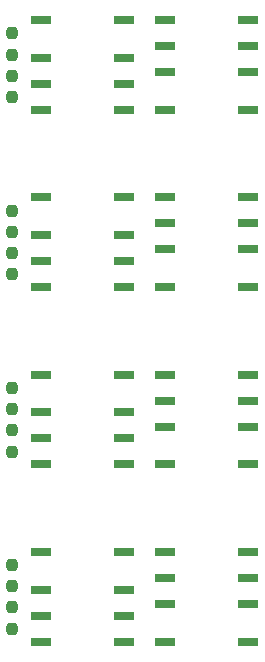
<source format=gbr>
%TF.GenerationSoftware,KiCad,Pcbnew,8.0.5*%
%TF.CreationDate,2025-06-13T10:45:04+02:00*%
%TF.ProjectId,doubleRelayExtensionSMD,646f7562-6c65-4526-956c-617945787465,rev?*%
%TF.SameCoordinates,Original*%
%TF.FileFunction,Paste,Top*%
%TF.FilePolarity,Positive*%
%FSLAX46Y46*%
G04 Gerber Fmt 4.6, Leading zero omitted, Abs format (unit mm)*
G04 Created by KiCad (PCBNEW 8.0.5) date 2025-06-13 10:45:04*
%MOMM*%
%LPD*%
G01*
G04 APERTURE LIST*
G04 Aperture macros list*
%AMRoundRect*
0 Rectangle with rounded corners*
0 $1 Rounding radius*
0 $2 $3 $4 $5 $6 $7 $8 $9 X,Y pos of 4 corners*
0 Add a 4 corners polygon primitive as box body*
4,1,4,$2,$3,$4,$5,$6,$7,$8,$9,$2,$3,0*
0 Add four circle primitives for the rounded corners*
1,1,$1+$1,$2,$3*
1,1,$1+$1,$4,$5*
1,1,$1+$1,$6,$7*
1,1,$1+$1,$8,$9*
0 Add four rect primitives between the rounded corners*
20,1,$1+$1,$2,$3,$4,$5,0*
20,1,$1+$1,$4,$5,$6,$7,0*
20,1,$1+$1,$6,$7,$8,$9,0*
20,1,$1+$1,$8,$9,$2,$3,0*%
G04 Aperture macros list end*
%ADD10RoundRect,0.237500X0.237500X-0.250000X0.237500X0.250000X-0.237500X0.250000X-0.237500X-0.250000X0*%
%ADD11R,1.800000X0.800000*%
%ADD12RoundRect,0.237500X-0.237500X0.250000X-0.237500X-0.250000X0.237500X-0.250000X0.237500X0.250000X0*%
G04 APERTURE END LIST*
D10*
%TO.C,R3*%
X110998000Y-51214000D03*
X110998000Y-49389000D03*
%TD*%
D11*
%TO.C,K5*%
X131000000Y-82300000D03*
X131000000Y-79100000D03*
X131000000Y-76900000D03*
X131000000Y-74700000D03*
X124000000Y-74700000D03*
X124000000Y-76900000D03*
X124000000Y-79100000D03*
X124000000Y-82300000D03*
%TD*%
D12*
%TO.C,R4*%
X110998000Y-45809500D03*
X110998000Y-47634500D03*
%TD*%
D11*
%TO.C,K8*%
X113500000Y-89700000D03*
X113500000Y-92900000D03*
X113500000Y-95100000D03*
X113500000Y-97300000D03*
X120500000Y-97300000D03*
X120500000Y-95100000D03*
X120500000Y-92900000D03*
X120500000Y-89700000D03*
%TD*%
%TO.C,K4*%
X113500000Y-44700000D03*
X113500000Y-47900000D03*
X113500000Y-50100000D03*
X113500000Y-52300000D03*
X120500000Y-52300000D03*
X120500000Y-50100000D03*
X120500000Y-47900000D03*
X120500000Y-44700000D03*
%TD*%
D12*
%TO.C,R2*%
X110998000Y-60809500D03*
X110998000Y-62634500D03*
%TD*%
D11*
%TO.C,K6*%
X113500000Y-74700000D03*
X113500000Y-77900000D03*
X113500000Y-80100000D03*
X113500000Y-82300000D03*
X120500000Y-82300000D03*
X120500000Y-80100000D03*
X120500000Y-77900000D03*
X120500000Y-74700000D03*
%TD*%
D10*
%TO.C,R7*%
X110998000Y-96214000D03*
X110998000Y-94389000D03*
%TD*%
D11*
%TO.C,K3*%
X131000000Y-52300000D03*
X131000000Y-49100000D03*
X131000000Y-46900000D03*
X131000000Y-44700000D03*
X124000000Y-44700000D03*
X124000000Y-46900000D03*
X124000000Y-49100000D03*
X124000000Y-52300000D03*
%TD*%
D12*
%TO.C,R8*%
X110998000Y-90809500D03*
X110998000Y-92634500D03*
%TD*%
D11*
%TO.C,K2*%
X113500000Y-59700000D03*
X113500000Y-62900000D03*
X113500000Y-65100000D03*
X113500000Y-67300000D03*
X120500000Y-67300000D03*
X120500000Y-65100000D03*
X120500000Y-62900000D03*
X120500000Y-59700000D03*
%TD*%
D10*
%TO.C,R1*%
X110998000Y-66214000D03*
X110998000Y-64389000D03*
%TD*%
%TO.C,R5*%
X110998000Y-81214000D03*
X110998000Y-79389000D03*
%TD*%
D11*
%TO.C,K1*%
X131000000Y-67300000D03*
X131000000Y-64100000D03*
X131000000Y-61900000D03*
X131000000Y-59700000D03*
X124000000Y-59700000D03*
X124000000Y-61900000D03*
X124000000Y-64100000D03*
X124000000Y-67300000D03*
%TD*%
D12*
%TO.C,R6*%
X110998000Y-75809500D03*
X110998000Y-77634500D03*
%TD*%
D11*
%TO.C,K7*%
X131000000Y-97300000D03*
X131000000Y-94100000D03*
X131000000Y-91900000D03*
X131000000Y-89700000D03*
X124000000Y-89700000D03*
X124000000Y-91900000D03*
X124000000Y-94100000D03*
X124000000Y-97300000D03*
%TD*%
M02*

</source>
